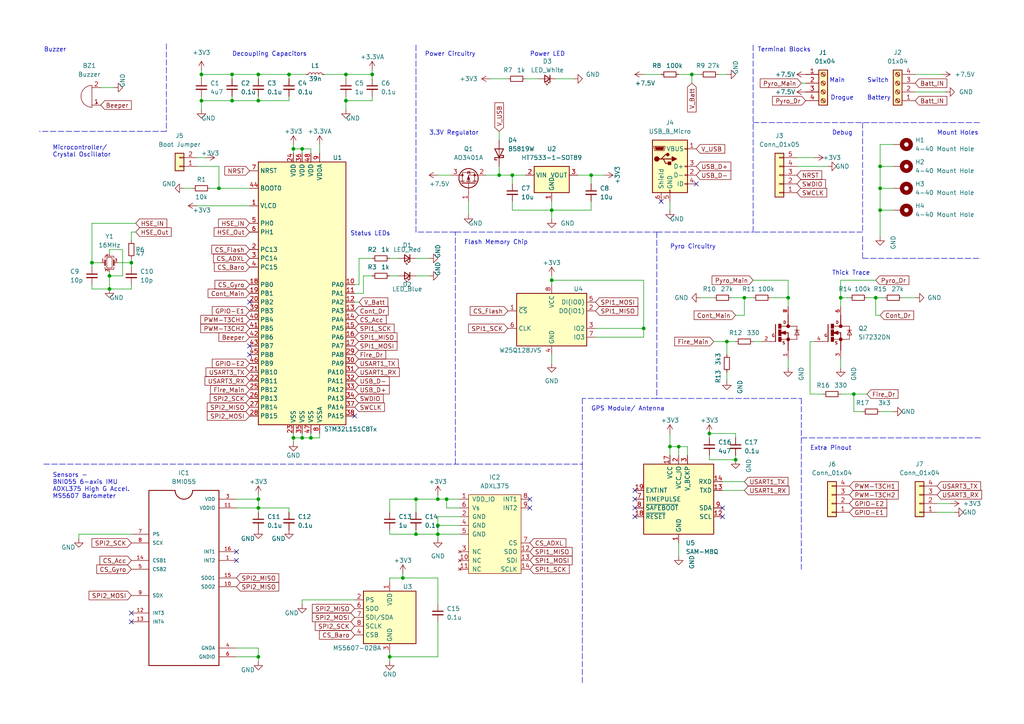
<source format=kicad_sch>
(kicad_sch (version 20211123) (generator eeschema)
  (paper "A4")
  (title_block (title "STM32 Altimeter") (date "2022-04-09") (rev "R1") (company "Brian S"))
  (junction (at 74.93 147.32))
  (junction (at 171.45 50.8))
  (junction (at 254 86.36))
  (junction (at 160.02 81.28))
  (junction (at 83.82 21.59))
  (junction (at 58.42 29.21))
  (junction (at 87.63 43.18))
  (junction (at 194.31 129.54))
  (junction (at 116.84 167.64))
  (junction (at 148.59 50.8))
  (junction (at 85.09 43.18))
  (junction (at 196.85 129.54))
  (junction (at 85.09 127))
  (junction (at 107.95 21.59))
  (junction (at 200.66 21.59))
  (junction (at 210.82 99.06))
  (junction (at 127 154.94))
  (junction (at 127 144.78))
  (junction (at 205.74 125.73))
  (junction (at 67.31 29.21))
  (junction (at 127 152.4))
  (junction (at 129.54 144.78))
  (junction (at 243.84 86.36))
  (junction (at 255.27 48.26))
  (junction (at 74.93 21.59))
  (junction (at 120.65 144.78))
  (junction (at 255.27 54.61))
  (junction (at 100.33 21.59))
  (junction (at 38.1 76.2))
  (junction (at 215.9 86.36))
  (junction (at 228.6 86.36))
  (junction (at 67.31 21.59))
  (junction (at 120.65 154.94))
  (junction (at 247.65 114.3))
  (junction (at 26.67 76.2))
  (junction (at 90.17 127))
  (junction (at 63.5 54.61))
  (junction (at 113.03 190.5))
  (junction (at 160.02 60.96))
  (junction (at 87.63 127))
  (junction (at 74.93 29.21))
  (junction (at 213.36 133.35))
  (junction (at 31.75 83.82))
  (junction (at 74.93 144.78))
  (junction (at 31.75 80.01))
  (junction (at 100.33 29.21))
  (junction (at 58.42 21.59))
  (junction (at 144.78 50.8))
  (junction (at 186.69 95.25))
  (junction (at 255.27 60.96))
  (junction (at 74.93 190.5))
  (no_connect (at 153.67 144.78))
  (no_connect (at 153.67 147.32))
  (no_connect (at 72.39 87.63))
  (no_connect (at 102.87 120.65))
  (no_connect (at 72.39 100.33))
  (no_connect (at 72.39 102.87))
  (no_connect (at 209.55 147.32))
  (no_connect (at 209.55 149.86))
  (no_connect (at 184.15 144.78))
  (no_connect (at 184.15 142.24))
  (no_connect (at 184.15 149.86))
  (no_connect (at 184.15 147.32))
  (no_connect (at 68.58 160.02))
  (no_connect (at 38.1 180.34))
  (no_connect (at 68.58 162.56))
  (no_connect (at 38.1 177.8))
  (no_connect (at 191.77 58.42))
  (no_connect (at 201.93 53.34))
  (wire (pts (xy 107.95 22.86) (xy 107.95 21.59)))
  (wire (pts (xy 199.39 129.54) (xy 196.85 129.54)))
  (wire (pts (xy 212.09 86.36) (xy 215.9 86.36)))
  (wire (pts (xy 142.24 22.86) (xy 147.32 22.86)))
  (wire (pts (xy 265.43 26.67) (xy 274.32 26.67)))
  (wire (pts (xy 194.31 129.54) (xy 194.31 132.08)))
  (wire (pts (xy 208.28 21.59) (xy 210.82 21.59)))
  (wire (pts (xy 228.6 86.36) (xy 228.6 81.28)))
  (wire (pts (xy 255.27 48.26) (xy 255.27 54.61)))
  (wire (pts (xy 83.82 27.94) (xy 83.82 29.21)))
  (wire (pts (xy 87.63 173.99) (xy 102.87 173.99)))
  (wire (pts (xy 63.5 54.61) (xy 72.39 54.61)))
  (wire (pts (xy 74.93 147.32) (xy 74.93 148.59)))
  (wire (pts (xy 58.42 21.59) (xy 58.42 22.86)))
  (wire (pts (xy 85.09 43.18) (xy 85.09 44.45)))
  (wire (pts (xy 67.31 29.21) (xy 58.42 29.21)))
  (wire (pts (xy 26.67 76.2) (xy 26.67 77.47)))
  (wire (pts (xy 255.27 91.44) (xy 254 91.44)))
  (wire (pts (xy 144.78 48.26) (xy 144.78 50.8)))
  (wire (pts (xy 127 144.78) (xy 120.65 144.78)))
  (polyline (pts (xy 232.41 127) (xy 284.48 127)))
  (wire (pts (xy 104.14 74.93) (xy 107.95 74.93)))
  (wire (pts (xy 85.09 127) (xy 87.63 127)))
  (wire (pts (xy 194.31 58.42) (xy 194.31 60.96)))
  (wire (pts (xy 31.75 80.01) (xy 35.56 80.01)))
  (polyline (pts (xy 190.5 67.31) (xy 218.44 67.31)))
  (wire (pts (xy 271.78 148.59) (xy 276.86 148.59)))
  (wire (pts (xy 74.93 29.21) (xy 67.31 29.21)))
  (wire (pts (xy 74.93 144.78) (xy 74.93 143.51)))
  (wire (pts (xy 67.31 22.86) (xy 67.31 21.59)))
  (wire (pts (xy 236.22 99.06) (xy 234.95 99.06)))
  (wire (pts (xy 243.84 104.14) (xy 243.84 106.68)))
  (wire (pts (xy 203.2 86.36) (xy 207.01 86.36)))
  (wire (pts (xy 255.27 54.61) (xy 255.27 60.96)))
  (wire (pts (xy 87.63 173.99) (xy 87.63 175.26)))
  (wire (pts (xy 120.65 80.01) (xy 124.46 80.01)))
  (wire (pts (xy 57.15 48.26) (xy 63.5 48.26)))
  (wire (pts (xy 218.44 81.28) (xy 228.6 81.28)))
  (wire (pts (xy 53.34 54.61) (xy 55.88 54.61)))
  (wire (pts (xy 39.37 64.77) (xy 26.67 64.77)))
  (wire (pts (xy 148.59 50.8) (xy 152.4 50.8)))
  (wire (pts (xy 160.02 60.96) (xy 160.02 63.5)))
  (wire (pts (xy 107.95 29.21) (xy 100.33 29.21)))
  (wire (pts (xy 29.21 76.2) (xy 26.67 76.2)))
  (wire (pts (xy 129.54 144.78) (xy 127 144.78)))
  (wire (pts (xy 186.69 95.25) (xy 186.69 97.79)))
  (wire (pts (xy 171.45 50.8) (xy 171.45 53.34)))
  (wire (pts (xy 113.03 74.93) (xy 115.57 74.93)))
  (wire (pts (xy 90.17 43.18) (xy 90.17 44.45)))
  (wire (pts (xy 39.37 67.31) (xy 38.1 67.31)))
  (wire (pts (xy 38.1 76.2) (xy 38.1 77.47)))
  (wire (pts (xy 209.55 142.24) (xy 215.9 142.24)))
  (wire (pts (xy 213.36 125.73) (xy 205.74 125.73)))
  (polyline (pts (xy 250.19 35.56) (xy 250.19 67.31)))
  (wire (pts (xy 67.31 27.94) (xy 67.31 29.21)))
  (wire (pts (xy 196.85 132.08) (xy 196.85 129.54)))
  (wire (pts (xy 171.45 50.8) (xy 175.26 50.8)))
  (wire (pts (xy 271.78 146.05) (xy 275.59 146.05)))
  (wire (pts (xy 113.03 189.23) (xy 113.03 190.5)))
  (wire (pts (xy 129.54 147.32) (xy 129.54 144.78)))
  (wire (pts (xy 200.66 21.59) (xy 200.66 24.13)))
  (wire (pts (xy 167.64 50.8) (xy 171.45 50.8)))
  (wire (pts (xy 83.82 22.86) (xy 83.82 21.59)))
  (wire (pts (xy 74.93 147.32) (xy 74.93 144.78)))
  (wire (pts (xy 120.65 144.78) (xy 120.65 148.59)))
  (wire (pts (xy 215.9 91.44) (xy 215.9 86.36)))
  (wire (pts (xy 186.69 95.25) (xy 186.69 81.28)))
  (wire (pts (xy 194.31 125.73) (xy 194.31 129.54)))
  (wire (pts (xy 38.1 74.93) (xy 38.1 76.2)))
  (wire (pts (xy 68.58 147.32) (xy 74.93 147.32)))
  (wire (pts (xy 215.9 86.36) (xy 218.44 86.36)))
  (wire (pts (xy 200.66 21.59) (xy 203.2 21.59)))
  (polyline (pts (xy 218.44 35.56) (xy 284.48 35.56)))
  (wire (pts (xy 58.42 29.21) (xy 58.42 31.75)))
  (wire (pts (xy 135.89 58.42) (xy 135.89 62.23)))
  (polyline (pts (xy 190.5 115.57) (xy 168.91 115.57)))
  (wire (pts (xy 172.72 97.79) (xy 186.69 97.79)))
  (wire (pts (xy 113.03 144.78) (xy 113.03 148.59)))
  (wire (pts (xy 74.93 22.86) (xy 74.93 21.59)))
  (wire (pts (xy 68.58 187.96) (xy 74.93 187.96)))
  (wire (pts (xy 31.75 80.01) (xy 31.75 83.82)))
  (wire (pts (xy 254 91.44) (xy 254 86.36)))
  (polyline (pts (xy 232.41 115.57) (xy 232.41 165.1)))
  (wire (pts (xy 85.09 43.18) (xy 87.63 43.18)))
  (wire (pts (xy 160.02 81.28) (xy 186.69 81.28)))
  (wire (pts (xy 231.14 48.26) (xy 240.03 48.26)))
  (wire (pts (xy 90.17 125.73) (xy 90.17 127)))
  (wire (pts (xy 133.35 147.32) (xy 129.54 147.32)))
  (wire (pts (xy 228.6 88.9) (xy 228.6 86.36)))
  (wire (pts (xy 83.82 29.21) (xy 74.93 29.21)))
  (wire (pts (xy 127 180.34) (xy 127 190.5)))
  (wire (pts (xy 205.74 133.35) (xy 213.36 133.35)))
  (wire (pts (xy 120.65 74.93) (xy 124.46 74.93)))
  (wire (pts (xy 87.63 43.18) (xy 90.17 43.18)))
  (wire (pts (xy 209.55 139.7) (xy 215.9 139.7)))
  (wire (pts (xy 113.03 153.67) (xy 113.03 154.94)))
  (polyline (pts (xy 250.19 68.58) (xy 250.19 74.93)))
  (wire (pts (xy 120.65 153.67) (xy 120.65 154.94)))
  (wire (pts (xy 205.74 132.08) (xy 205.74 133.35)))
  (wire (pts (xy 100.33 21.59) (xy 100.33 22.86)))
  (wire (pts (xy 127 152.4) (xy 133.35 152.4)))
  (wire (pts (xy 83.82 21.59) (xy 88.9 21.59)))
  (wire (pts (xy 83.82 148.59) (xy 83.82 147.32)))
  (wire (pts (xy 34.29 76.2) (xy 38.1 76.2)))
  (wire (pts (xy 247.65 119.38) (xy 247.65 114.3)))
  (wire (pts (xy 22.86 154.94) (xy 22.86 156.21)))
  (wire (pts (xy 144.78 50.8) (xy 148.59 50.8)))
  (wire (pts (xy 133.35 144.78) (xy 129.54 144.78)))
  (wire (pts (xy 172.72 95.25) (xy 186.69 95.25)))
  (wire (pts (xy 243.84 88.9) (xy 243.84 86.36)))
  (wire (pts (xy 102.87 87.63) (xy 104.14 87.63)))
  (wire (pts (xy 232.41 24.13) (xy 233.68 24.13)))
  (wire (pts (xy 74.93 21.59) (xy 67.31 21.59)))
  (wire (pts (xy 105.41 85.09) (xy 105.41 80.01)))
  (wire (pts (xy 67.31 21.59) (xy 58.42 21.59)))
  (wire (pts (xy 133.35 149.86) (xy 127 149.86)))
  (wire (pts (xy 93.98 21.59) (xy 100.33 21.59)))
  (wire (pts (xy 255.27 41.91) (xy 255.27 48.26)))
  (wire (pts (xy 105.41 80.01) (xy 107.95 80.01)))
  (wire (pts (xy 83.82 147.32) (xy 74.93 147.32)))
  (wire (pts (xy 234.95 99.06) (xy 234.95 114.3)))
  (wire (pts (xy 83.82 21.59) (xy 74.93 21.59)))
  (wire (pts (xy 127 152.4) (xy 127 154.94)))
  (wire (pts (xy 29.21 25.4) (xy 33.02 25.4)))
  (wire (pts (xy 265.43 21.59) (xy 273.05 21.59)))
  (wire (pts (xy 210.82 99.06) (xy 210.82 102.87)))
  (wire (pts (xy 26.67 64.77) (xy 26.67 76.2)))
  (wire (pts (xy 26.67 82.55) (xy 26.67 83.82)))
  (wire (pts (xy 243.84 114.3) (xy 247.65 114.3)))
  (wire (pts (xy 171.45 60.96) (xy 160.02 60.96)))
  (wire (pts (xy 161.29 22.86) (xy 166.37 22.86)))
  (wire (pts (xy 196.85 21.59) (xy 200.66 21.59)))
  (wire (pts (xy 127 167.64) (xy 127 175.26)))
  (wire (pts (xy 104.14 82.55) (xy 104.14 74.93)))
  (wire (pts (xy 38.1 82.55) (xy 38.1 83.82)))
  (wire (pts (xy 261.62 86.36) (xy 265.43 86.36)))
  (wire (pts (xy 116.84 166.37) (xy 116.84 167.64)))
  (wire (pts (xy 90.17 127) (xy 92.71 127)))
  (polyline (pts (xy 250.19 74.93) (xy 284.48 74.93)))
  (wire (pts (xy 63.5 48.26) (xy 63.5 54.61)))
  (wire (pts (xy 250.19 119.38) (xy 247.65 119.38)))
  (wire (pts (xy 127 143.51) (xy 127 144.78)))
  (wire (pts (xy 74.93 27.94) (xy 74.93 29.21)))
  (wire (pts (xy 255.27 119.38) (xy 259.08 119.38)))
  (wire (pts (xy 31.75 72.39) (xy 35.56 72.39)))
  (wire (pts (xy 58.42 27.94) (xy 58.42 29.21)))
  (polyline (pts (xy 250.19 67.31) (xy 218.44 67.31)))
  (wire (pts (xy 85.09 127) (xy 85.09 128.27)))
  (wire (pts (xy 31.75 78.74) (xy 31.75 80.01)))
  (wire (pts (xy 259.08 41.91) (xy 255.27 41.91)))
  (wire (pts (xy 243.84 81.28) (xy 254 81.28)))
  (polyline (pts (xy 12.7 134.62) (xy 168.91 134.62)))
  (wire (pts (xy 255.27 48.26) (xy 259.08 48.26)))
  (wire (pts (xy 116.84 167.64) (xy 127 167.64)))
  (polyline (pts (xy 218.44 67.31) (xy 218.44 12.7)))
  (wire (pts (xy 92.71 41.91) (xy 92.71 44.45)))
  (wire (pts (xy 35.56 72.39) (xy 35.56 80.01)))
  (wire (pts (xy 85.09 41.91) (xy 85.09 43.18)))
  (wire (pts (xy 85.09 125.73) (xy 85.09 127)))
  (wire (pts (xy 100.33 29.21) (xy 100.33 31.75)))
  (polyline (pts (xy 132.08 67.31) (xy 190.5 67.31)))
  (wire (pts (xy 107.95 20.32) (xy 107.95 21.59)))
  (wire (pts (xy 144.78 38.1) (xy 144.78 40.64)))
  (wire (pts (xy 113.03 80.01) (xy 115.57 80.01)))
  (wire (pts (xy 38.1 83.82) (xy 31.75 83.82)))
  (polyline (pts (xy 168.91 134.62) (xy 168.91 198.12)))
  (polyline (pts (xy 168.91 115.57) (xy 168.91 134.62)))
  (wire (pts (xy 26.67 83.82) (xy 31.75 83.82)))
  (wire (pts (xy 234.95 114.3) (xy 238.76 114.3)))
  (wire (pts (xy 255.27 54.61) (xy 259.08 54.61)))
  (wire (pts (xy 148.59 50.8) (xy 148.59 53.34)))
  (wire (pts (xy 107.95 21.59) (xy 100.33 21.59)))
  (wire (pts (xy 171.45 58.42) (xy 171.45 60.96)))
  (polyline (pts (xy 190.5 115.57) (xy 232.41 115.57)))
  (wire (pts (xy 102.87 82.55) (xy 104.14 82.55)))
  (polyline (pts (xy 132.08 134.62) (xy 132.08 67.31)))
  (wire (pts (xy 243.84 86.36) (xy 243.84 81.28)))
  (wire (pts (xy 213.36 91.44) (xy 215.9 91.44)))
  (wire (pts (xy 247.65 114.3) (xy 251.46 114.3)))
  (wire (pts (xy 31.75 73.66) (xy 31.75 72.39)))
  (wire (pts (xy 120.65 154.94) (xy 127 154.94)))
  (wire (pts (xy 210.82 107.95) (xy 210.82 110.49)))
  (wire (pts (xy 186.69 21.59) (xy 191.77 21.59)))
  (wire (pts (xy 255.27 60.96) (xy 259.08 60.96)))
  (wire (pts (xy 102.87 85.09) (xy 105.41 85.09)))
  (wire (pts (xy 74.93 187.96) (xy 74.93 190.5)))
  (wire (pts (xy 68.58 190.5) (xy 74.93 190.5)))
  (wire (pts (xy 251.46 86.36) (xy 254 86.36)))
  (wire (pts (xy 160.02 80.01) (xy 160.02 81.28)))
  (wire (pts (xy 210.82 99.06) (xy 213.36 99.06)))
  (wire (pts (xy 113.03 167.64) (xy 116.84 167.64)))
  (wire (pts (xy 58.42 20.32) (xy 58.42 21.59)))
  (wire (pts (xy 120.65 144.78) (xy 113.03 144.78)))
  (wire (pts (xy 205.74 125.73) (xy 205.74 127)))
  (wire (pts (xy 113.03 167.64) (xy 113.03 168.91)))
  (polyline (pts (xy 190.5 67.31) (xy 190.5 115.57)))
  (wire (pts (xy 213.36 127) (xy 213.36 125.73)))
  (wire (pts (xy 223.52 86.36) (xy 228.6 86.36)))
  (polyline (pts (xy 132.08 67.31) (xy 120.65 67.31)))
  (wire (pts (xy 218.44 99.06) (xy 220.98 99.06)))
  (wire (pts (xy 87.63 127) (xy 87.63 125.73)))
  (wire (pts (xy 38.1 67.31) (xy 38.1 69.85)))
  (wire (pts (xy 127 154.94) (xy 127 156.21)))
  (wire (pts (xy 60.96 54.61) (xy 63.5 54.61)))
  (wire (pts (xy 127 190.5) (xy 113.03 190.5)))
  (wire (pts (xy 231.14 45.72) (xy 236.22 45.72)))
  (wire (pts (xy 148.59 60.96) (xy 160.02 60.96)))
  (wire (pts (xy 57.15 59.69) (xy 72.39 59.69)))
  (wire (pts (xy 107.95 27.94) (xy 107.95 29.21)))
  (wire (pts (xy 57.15 45.72) (xy 59.69 45.72)))
  (wire (pts (xy 113.03 154.94) (xy 120.65 154.94)))
  (wire (pts (xy 92.71 127) (xy 92.71 125.73)))
  (wire (pts (xy 127 149.86) (xy 127 152.4)))
  (wire (pts (xy 207.01 99.06) (xy 210.82 99.06)))
  (wire (pts (xy 228.6 104.14) (xy 228.6 106.68)))
  (wire (pts (xy 22.86 154.94) (xy 38.1 154.94)))
  (wire (pts (xy 152.4 22.86) (xy 156.21 22.86)))
  (polyline (pts (xy 48.26 12.7) (xy 48.26 38.1)))
  (polyline (pts (xy 48.26 38.1) (xy 11.43 38.1)))
  (wire (pts (xy 243.84 86.36) (xy 246.38 86.36)))
  (wire (pts (xy 213.36 132.08) (xy 213.36 133.35)))
  (polyline (pts (xy 120.65 67.31) (xy 120.65 12.7)))
  (wire (pts (xy 68.58 144.78) (xy 74.93 144.78)))
  (wire (pts (xy 140.97 50.8) (xy 144.78 50.8)))
  (wire (pts (xy 160.02 102.87) (xy 160.02 105.41)))
  (wire (pts (xy 113.03 190.5) (xy 113.03 191.77)))
  (wire (pts (xy 160.02 81.28) (xy 160.02 82.55)))
  (wire (pts (xy 255.27 60.96) (xy 255.27 68.58)))
  (wire (pts (xy 254 86.36) (xy 256.54 86.36)))
  (wire (pts (xy 127 50.8) (xy 130.81 50.8)))
  (wire (pts (xy 74.93 190.5) (xy 74.93 191.77)))
  (wire (pts (xy 87.63 43.18) (xy 87.63 44.45)))
  (wire (pts (xy 199.39 132.08) (xy 199.39 129.54)))
  (wire (pts (xy 100.33 27.94) (xy 100.33 29.21)))
  (wire (pts (xy 160.02 58.42) (xy 160.02 60.96)))
  (wire (pts (xy 87.63 127) (xy 90.17 127)))
  (wire (pts (xy 196.85 129.54) (xy 194.31 129.54)))
  (wire (pts (xy 127 154.94) (xy 133.35 154.94)))
  (wire (pts (xy 148.59 58.42) (xy 148.59 60.96)))
  (wire (pts (xy 196.85 157.48) (xy 196.85 161.29)))
  (text "Pyro Circuitry\n" (at 194.31 72.39 0) (effects (font (size 1.27 1.27)) (justify left bottom)))
  (text "Buzzer" (at 12.7 15.24 0) (effects (font (size 1.27 1.27)) (justify left bottom)))
  (text "Main\n" (at 245.11 24.13 180) (effects (font (size 1.27 1.27)) (justify right bottom)))
  (text "3.3V Regulator\n" (at 124.46 39.37 0) (effects (font (size 1.27 1.27)) (justify left bottom)))
  (text "Debug\n" (at 241.3 39.37 0) (effects (font (size 1.27 1.27)) (justify left bottom)))
  (text "Power Circuitry\n" (at 123.19 16.51 0) (effects (font (size 1.27 1.27)) (justify left bottom)))
  (text "Power LED" (at 153.67 16.51 0) (effects (font (size 1.27 1.27)) (justify left bottom)))
  (text "Terminal Blocks" (at 219.71 15.24 0) (effects (font (size 1.27 1.27)) (justify left bottom)))
  (text "GPS Module/ Antenna\n" (at 171.45 119.38 0) (effects (font (size 1.27 1.27)) (justify left bottom)))
  (text "Mount Holes" (at 271.78 39.37 0) (effects (font (size 1.27 1.27)) (justify left bottom)))
  (text "Switch\n" (at 257.81 24.13 180) (effects (font (size 1.27 1.27)) (justify right bottom)))
  (text "Microcontroller/\nCrystal Oscillator\n" (at 15.24 45.72 0) (effects (font (size 1.27 1.27)) (justify left bottom)))
  (text "Status LEDs" (at 101.6 68.58 0) (effects (font (size 1.27 1.27)) (justify left bottom)))
  (text "Battery\n" (at 251.46 29.21 0) (effects (font (size 1.27 1.27)) (justify left bottom)))
  (text "Decoupling Capacitors\n" (at 67.31 16.51 0) (effects (font (size 1.27 1.27)) (justify left bottom)))
  (text "Sensors -\nBNI055 6-axis IMU\nADXL375 High G Accel. \nMS5607 Barometer\n" (at 15.24 144.78 0) (effects (font (size 1.27 1.27)) (justify left bottom)))
  (text "Extra Pinout\n" (at 234.95 130.81 0) (effects (font (size 1.27 1.27)) (justify left bottom)))
  (text "Drogue\n" (at 247.65 29.21 180) (effects (font (size 1.27 1.27)) (justify right bottom)))
  (text "Thick Trace\n" (at 241.3 80.01 0) (effects (font (size 1.27 1.27)) (justify left bottom)))
  (text "Flash Memory Chip\n" (at 134.62 71.12 0) (effects (font (size 1.27 1.27)) (justify left bottom)))
  (global_label "USART3_TX" (shape input) (at 271.78 140.97 0) (property "Intersheet References" "${INTERSHEET_REFS}" (effects hide)))
  (global_label "SPI2_MOSI" (shape input) (at 72.39 120.65 180) (property "Intersheet References" "${INTERSHEET_REFS}" (effects hide)))
  (global_label "CS_Gyro" (shape input) (at 72.39 82.55 180) (property "Intersheet References" "${INTERSHEET_REFS}" (effects hide)))
  (global_label "HSE_Out" (shape input) (at 39.37 67.31 0) (property "Intersheet References" "${INTERSHEET_REFS}" (effects hide)))
  (global_label "CS_Flash" (shape input) (at 147.32 90.17 180) (property "Intersheet References" "${INTERSHEET_REFS}" (effects hide)))
  (global_label "Fire_Dr" (shape input) (at 251.46 114.3 0) (property "Intersheet References" "${INTERSHEET_REFS}" (effects hide)))
  (global_label "CS_Flash" (shape input) (at 72.39 72.39 180) (property "Intersheet References" "${INTERSHEET_REFS}" (effects hide)))
  (global_label "USART3_RX" (shape input) (at 72.39 110.49 180) (property "Intersheet References" "${INTERSHEET_REFS}" (effects hide)))
  (global_label "V_Batt" (shape input) (at 200.66 24.13 270) (property "Intersheet References" "${INTERSHEET_REFS}" (effects hide)))
  (global_label "SPI1_MISO" (shape input) (at 102.87 97.79 0) (property "Intersheet References" "${INTERSHEET_REFS}" (effects hide)))
  (global_label "USART3_TX" (shape input) (at 72.39 107.95 180) (property "Intersheet References" "${INTERSHEET_REFS}" (effects hide)))
  (global_label "HSE_Out" (shape input) (at 72.39 67.31 180) (property "Intersheet References" "${INTERSHEET_REFS}" (effects hide)))
  (global_label "SWDIO" (shape input) (at 231.14 53.34 0) (property "Intersheet References" "${INTERSHEET_REFS}" (effects hide)))
  (global_label "Fire_Main" (shape input) (at 207.01 99.06 180) (property "Intersheet References" "${INTERSHEET_REFS}" (effects hide)))
  (global_label "PWM-T3CH1" (shape input) (at 72.39 92.71 180) (property "Intersheet References" "${INTERSHEET_REFS}" (effects hide)))
  (global_label "HSE_IN" (shape input) (at 39.37 64.77 0) (property "Intersheet References" "${INTERSHEET_REFS}" (effects hide)))
  (global_label "Beeper" (shape input) (at 29.21 30.48 0) (property "Intersheet References" "${INTERSHEET_REFS}" (effects hide)))
  (global_label "SPI1_MOSI" (shape input) (at 172.72 87.63 0) (property "Intersheet References" "${INTERSHEET_REFS}" (effects hide)))
  (global_label "CS_Gyro" (shape input) (at 38.1 165.1 180) (property "Intersheet References" "${INTERSHEET_REFS}" (effects hide)))
  (global_label "NRST" (shape input) (at 231.14 50.8 0) (property "Intersheet References" "${INTERSHEET_REFS}" (effects hide)))
  (global_label "Cont_Dr" (shape input) (at 102.87 90.17 0) (property "Intersheet References" "${INTERSHEET_REFS}" (effects hide)))
  (global_label "GPIO-E2" (shape input) (at 246.38 146.05 0) (property "Intersheet References" "${INTERSHEET_REFS}" (effects hide)))
  (global_label "GPIO-E1" (shape input) (at 246.38 148.59 0) (property "Intersheet References" "${INTERSHEET_REFS}" (effects hide)))
  (global_label "PWM-T3CH1" (shape input) (at 246.38 140.97 0) (property "Intersheet References" "${INTERSHEET_REFS}" (effects hide)))
  (global_label "CS_ADXL" (shape input) (at 72.39 74.93 180) (property "Intersheet References" "${INTERSHEET_REFS}" (effects hide)))
  (global_label "SPI2_MISO" (shape input) (at 72.39 118.11 180) (property "Intersheet References" "${INTERSHEET_REFS}" (effects hide)))
  (global_label "SPI1_SCK" (shape input) (at 102.87 95.25 0) (property "Intersheet References" "${INTERSHEET_REFS}" (effects hide)))
  (global_label "SPI1_MISO" (shape input) (at 153.67 160.02 0) (property "Intersheet References" "${INTERSHEET_REFS}" (effects hide)))
  (global_label "V_USB" (shape input) (at 144.78 38.1 90) (property "Intersheet References" "${INTERSHEET_REFS}" (effects hide)))
  (global_label "SPI2_MOSI" (shape input) (at 38.1 172.72 180) (property "Intersheet References" "${INTERSHEET_REFS}" (effects hide)))
  (global_label "GPIO-E2" (shape input) (at 72.39 105.41 180) (property "Intersheet References" "${INTERSHEET_REFS}" (effects hide)))
  (global_label "USART1_RX" (shape input) (at 215.9 142.24 0) (property "Intersheet References" "${INTERSHEET_REFS}" (effects hide)))
  (global_label "USB_D+" (shape input) (at 201.93 48.26 0) (property "Intersheet References" "${INTERSHEET_REFS}" (effects hide)))
  (global_label "SPI1_SCK" (shape input) (at 153.67 165.1 0) (property "Intersheet References" "${INTERSHEET_REFS}" (effects hide)))
  (global_label "SPI1_MOSI" (shape input) (at 102.87 100.33 0) (property "Intersheet References" "${INTERSHEET_REFS}" (effects hide)))
  (global_label "CS_ADXL" (shape input) (at 153.67 157.48 0) (property "Intersheet References" "${INTERSHEET_REFS}" (effects hide)))
  (global_label "USART3_RX" (shape input) (at 271.78 143.51 0) (property "Intersheet References" "${INTERSHEET_REFS}" (effects hide)))
  (global_label "Pyro_Dr" (shape input) (at 254 81.28 0) (property "Intersheet References" "${INTERSHEET_REFS}" (effects hide)))
  (global_label "HSE_IN" (shape input) (at 72.39 64.77 180) (property "Intersheet References" "${INTERSHEET_REFS}" (effects hide)))
  (global_label "Batt_IN" (shape input) (at 265.43 29.21 0) (property "Intersheet References" "${INTERSHEET_REFS}" (effects hide)))
  (global_label "PWM-T3CH2" (shape input) (at 246.38 143.51 0) (property "Intersheet References" "${INTERSHEET_REFS}" (effects hide)))
  (global_label "CS_Acc" (shape input) (at 38.1 162.56 180) (property "Intersheet References" "${INTERSHEET_REFS}" (effects hide)))
  (global_label "USART1_TX" (shape input) (at 215.9 139.7 0) (property "Intersheet References" "${INTERSHEET_REFS}" (effects hide)))
  (global_label "SPI2_MISO" (shape input) (at 102.87 176.53 180) (property "Intersheet References" "${INTERSHEET_REFS}" (effects hide)))
  (global_label "SWCLK" (shape input) (at 102.87 118.11 0) (property "Intersheet References" "${INTERSHEET_REFS}" (effects hide)))
  (global_label "Cont_Main" (shape input) (at 213.36 91.44 180) (property "Intersheet References" "${INTERSHEET_REFS}" (effects hide)))
  (global_label "Cont_Main" (shape input) (at 72.39 85.09 180) (property "Intersheet References" "${INTERSHEET_REFS}" (effects hide)))
  (global_label "SPI1_SCK" (shape input) (at 147.32 95.25 180) (property "Intersheet References" "${INTERSHEET_REFS}" (effects hide)))
  (global_label "USB_D-" (shape input) (at 201.93 50.8 0) (property "Intersheet References" "${INTERSHEET_REFS}" (effects hide)))
  (global_label "V_USB" (shape input) (at 201.93 43.18 0) (property "Intersheet References" "${INTERSHEET_REFS}" (effects hide)))
  (global_label "SPI1_MISO" (shape input) (at 172.72 90.17 0) (property "Intersheet References" "${INTERSHEET_REFS}" (effects hide)))
  (global_label "SPI2_SCK" (shape input) (at 38.1 157.48 180) (property "Intersheet References" "${INTERSHEET_REFS}" (effects hide)))
  (global_label "SPI1_MOSI" (shape input) (at 153.67 162.56 0) (property "Intersheet References" "${INTERSHEET_REFS}" (effects hide)))
  (global_label "CS_Baro" (shape input) (at 102.87 184.15 180) (property "Intersheet References" "${INTERSHEET_REFS}" (effects hide)))
  (global_label "USART1_TX" (shape input) (at 102.87 105.41 0) (property "Intersheet References" "${INTERSHEET_REFS}" (effects hide)))
  (global_label "CS_Baro" (shape input) (at 72.39 77.47 180) (property "Intersheet References" "${INTERSHEET_REFS}" (effects hide)))
  (global_label "Cont_Dr" (shape input) (at 255.27 91.44 0) (property "Intersheet References" "${INTERSHEET_REFS}" (effects hide)))
  (global_label "CS_Acc" (shape input) (at 102.87 92.71 0) (property "Intersheet References" "${INTERSHEET_REFS}" (effects hide)))
  (global_label "PWM-T3CH2" (shape input) (at 72.39 95.25 180) (property "Intersheet References" "${INTERSHEET_REFS}" (effects hide)))
  (global_label "SPI2_MOSI" (shape input) (at 102.87 179.07 180) (property "Intersheet References" "${INTERSHEET_REFS}" (effects hide)))
  (global_label "USB_D+" (shape input) (at 102.87 113.03 0) (property "Intersheet References" "${INTERSHEET_REFS}" (effects hide)))
  (global_label "Beeper" (shape input) (at 72.39 97.79 180) (property "Intersheet References" "${INTERSHEET_REFS}" (effects hide)))
  (global_label "USB_D-" (shape input) (at 102.87 110.49 0) (property "Intersheet References" "${INTERSHEET_REFS}" (effects hide)))
  (global_label "Fire_Dr" (shape input) (at 102.87 102.87 0) (property "Intersheet References" "${INTERSHEET_REFS}" (effects hide)))
  (global_label "SPI2_SCK" (shape input) (at 102.87 181.61 180) (property "Intersheet References" "${INTERSHEET_REFS}" (effects hide)))
  (global_label "Pyro_Dr" (shape input) (at 233.68 29.21 180) (property "Intersheet References" "${INTERSHEET_REFS}" (effects hide)))
  (global_label "SPI2_MISO" (shape input) (at 68.58 170.18 0) (property "Intersheet References" "${INTERSHEET_REFS}" (effects hide)))
  (global_label "USART1_RX" (shape input) (at 102.87 107.95 0) (property "Intersheet References" "${INTERSHEET_REFS}" (effects hide)))
  (global_label "Batt_IN" (shape input) (at 265.43 24.13 0) (property "Intersheet References" "${INTERSHEET_REFS}" (effects hide)))
  (global_label "Fire_Main" (shape input) (at 72.39 113.03 180) (property "Intersheet References" "${INTERSHEET_REFS}" (effects hide)))
  (global_label "V_Batt" (shape input) (at 104.14 87.63 0) (property "Intersheet References" "${INTERSHEET_REFS}" (effects hide)))
  (global_label "SPI2_SCK" (shape input) (at 72.39 115.57 180) (property "Intersheet References" "${INTERSHEET_REFS}" (effects hide)))
  (global_label "SWDIO" (shape input) (at 102.87 115.57 0) (property "Intersheet References" "${INTERSHEET_REFS}" (effects hide)))
  (global_label "SPI2_MISO" (shape input) (at 68.58 167.64 0) (property "Intersheet References" "${INTERSHEET_REFS}" (effects hide)))
  (global_label "Pyro_Main" (shape input) (at 232.41 24.13 180) (property "Intersheet References" "${INTERSHEET_REFS}" (effects hide)))
  (global_label "NRST" (shape input) (at 72.39 49.53 180) (property "Intersheet References" "${INTERSHEET_REFS}" (effects hide)))
  (global_label "SWCLK" (shape input) (at 231.14 55.88 0) (property "Intersheet References" "${INTERSHEET_REFS}" (effects hide)))
  (global_label "Pyro_Main" (shape input) (at 218.44 81.28 180) (property "Intersheet References" "${INTERSHEET_REFS}" (effects hide)))
  (global_label "GPIO-E1" (shape input) (at 72.39 90.17 180) (property "Intersheet References" "${INTERSHEET_REFS}" (effects hide)))
  (symbol (lib_id "Device:Crystal_GND24_Small") (at 31.75 76.2 0) (unit 1)
    (property "Reference" "Y1" (at 31.75 68.58 0))
    (property "Value" "16MHz" (at 31.75 71.12 0))
    (property "Footprint" "Crystal:Crystal_SMD_3225-4Pin_3.2x2.5mm" (effects hide))
  )
  (symbol (lib_id "Device:C_Small") (at 26.67 80.01 0) (unit 1)
    (property "Reference" "C9" (at 20.32 78.74 0) (effects (justify left)))
    (property "Value" "10p" (at 20.32 81.28 0) (effects (justify left)))
    (property "Footprint" "Capacitor_SMD:C_0402_1005Metric" (effects hide))
  )
  (symbol (lib_id "power:GND") (at 83.82 153.67 0) (unit 1)
    (property "Reference" "#PWR06" (effects hide))
    (property "Value" "GND" (at 78.74 156.21 0) (effects (justify left)))
  )
  (symbol (lib_id "power:GND") (at 58.42 31.75 0) (unit 1)
    (property "Reference" "#PWR0104" (effects hide))
    (property "Value" "GND" (at 58.42 34.29 0) (effects (justify left)))
  )
  (symbol (lib_id "power:+3.3VA") (at 107.95 20.32 0) (unit 1)
    (property "Reference" "#PWR0113" (effects hide))
    (property "Value" "+3.3VA" (at 107.95 16.51 0))
  )
  (symbol (lib_id "Device:R_Small") (at 149.86 22.86 270) (unit 1)
    (property "Reference" "R7" (at 147.32 20.32 90))
    (property "Value" "1k" (at 151.13 20.32 90))
    (property "Footprint" "Resistor_SMD:R_0603_1608Metric" (effects hide))
  )
  (symbol (lib_id "power:+3.3V") (at 175.26 50.8 270) (unit 1)
    (property "Reference" "#PWR0119" (effects hide))
    (property "Value" "+3.3V" (at 179.07 50.8 0))
  )
  (symbol (lib_id "Device:R_Small") (at 205.74 21.59 270) (unit 1)
    (property "Reference" "R9" (at 203.2 19.05 90))
    (property "Value" "27k" (at 207.01 19.05 90))
    (property "Footprint" "Resistor_SMD:R_0603_1608Metric" (effects hide))
  )
  (symbol (lib_id "power:GND") (at 53.34 54.61 270) (unit 1)
    (property "Reference" "#PWR0117" (effects hide))
    (property "Value" "GND" (at 46.99 53.34 90) (effects (justify left)))
  )
  (symbol (lib_id "power:GND") (at 194.31 60.96 0) (unit 1)
    (property "Reference" "#PWR0121" (effects hide))
    (property "Value" "GND" (at 194.31 63.5 0) (effects (justify left)))
  )
  (symbol (lib_id "power:GND") (at 243.84 106.68 0) (unit 1)
    (property "Reference" "#PWR027" (effects hide))
    (property "Value" "GND" (at 247.65 110.49 90) (effects (justify left)))
  )
  (symbol (lib_id "power:+3.3V") (at 85.09 41.91 0) (unit 1)
    (property "Reference" "#PWR0107" (effects hide))
    (property "Value" "+3.3V" (at 85.09 38.1 0))
  )
  (symbol (lib_id "Mechanical:MountingHole_Pad") (at 261.62 54.61 270) (unit 1)
    (property "Reference" "H3" (at 265.43 53.3399 90) (effects (justify left)))
    (property "Value" "4-40 Mount Hole" (at 265.43 55.8799 90) (effects (justify left)))
    (property "Footprint" "MountingHole:MountingHole_3.2mm_M3_DIN965_Pad" (effects hide))
  )
  (symbol (lib_id "Connector:USB_B_Micro") (at 194.31 48.26 0) (unit 1)
    (property "Reference" "J4" (at 194.31 35.56 0))
    (property "Value" "USB_B_Micro" (at 194.31 38.1 0))
    (property "Footprint" "Connector_USB:USB_Micro-B_Molex-105017-0001" (effects hide))
  )
  (symbol (lib_id "Sensor_Pressure:MS5607-02BA") (at 113.03 179.07 0) (unit 1)
    (property "Reference" "U3" (at 116.84 170.18 0) (effects (justify left)))
    (property "Value" "MS5607-02BA" (at 96.52 187.96 0) (effects (justify left)))
    (property "Footprint" "Package_LGA:LGA-8_3x5mm_P1.25mm" (effects hide))
    (property "Datasheet" "https://www.te.com/commerce/DocumentDelivery/DDEController?Action=showdoc&DocId=Data+Sheet%7FMS5607-02BA03%7FB2%7Fpdf%7FEnglish%7FENG_DS_MS5607-02BA03_B2.pdf%7FCAT-BLPS0035" (effects hide))
  )
  (symbol (lib_id "power:+7.5V") (at 273.05 21.59 270) (unit 1)
    (property "Reference" "#PWR030" (effects hide))
    (property "Value" "+7.5V" (at 276.86 21.5899 90) (effects (justify left)))
  )
  (symbol (lib_id "Device:R_Small") (at 110.49 74.93 270) (unit 1)
    (property "Reference" "R2" (at 107.95 72.39 90))
    (property "Value" "1k" (at 111.76 72.39 90))
    (property "Footprint" "Resistor_SMD:R_0603_1608Metric" (effects hide))
  )
  (symbol (lib_id "Connector_Generic:Conn_01x04") (at 241.3 146.05 180) (unit 1)
    (property "Reference" "J6" (at 241.3 134.62 0))
    (property "Value" "Conn_01x04" (at 241.3 137.16 0))
    (property "Footprint" "Connectors_JST:JST_SH_BM04B-SRSS-TB_04x1.00mm_Straight" (effects hide))
  )
  (symbol (lib_id "power:+7.5V") (at 233.68 26.67 90) (unit 1)
    (property "Reference" "#PWR026" (effects hide))
    (property "Value" "+7.5V" (at 224.79 26.67 90) (effects (justify right)))
  )
  (symbol (lib_id "power:GND") (at 196.85 161.29 0) (unit 1)
    (property "Reference" "#PWR019" (effects hide))
    (property "Value" "GND" (at 200.66 165.1 90) (effects (justify left)))
  )
  (symbol (lib_id "Device:C_Small") (at 58.42 25.4 0) (unit 1)
    (property "Reference" "C1" (at 60.96 24.1362 0) (effects (justify left)))
    (property "Value" "4u7" (at 60.96 26.6762 0) (effects (justify left)))
    (property "Footprint" "Capacitor_SMD:C_0402_1005Metric" (effects hide))
  )
  (symbol (lib_id "SI7232DN-T1-GE3:SI7232DN-T1-GE3") (at 236.22 96.52 0) (unit 1)
    (property "Reference" "Q2" (at 248.92 95.2499 0) (effects (justify left)))
    (property "Value" "SI7232DN" (at 248.92 97.7899 0) (effects (justify left)))
    (property "Footprint" "SI7232DN-T1-GE3:TRANS_SI7232DN-T1-GE3" (effects hide))
    (property "MANUFACTURER" "Vishay" (effects hide))
  )
  (symbol (lib_id "Device:C_Small") (at 67.31 25.4 0) (unit 1)
    (property "Reference" "C2" (at 69.85 24.1362 0) (effects (justify left)))
    (property "Value" "0.1u" (at 69.85 26.6762 0) (effects (justify left)))
    (property "Footprint" "Capacitor_SMD:C_0402_1005Metric" (effects hide))
  )
  (symbol (lib_id "Device:Buzzer") (at 26.67 27.94 180) (unit 1)
    (property "Reference" "BZ1" (at 25.908 19.05 0))
    (property "Value" "Buzzer" (at 25.908 21.59 0))
    (property "Footprint" "Buzzer_Beeper:Buzzer_12x9.5RM7.6" (effects hide))
  )
  (symbol (lib_id "power:+3.3V") (at 74.93 143.51 0) (unit 1)
    (property "Reference" "#PWR03" (effects hide))
    (property "Value" "+3.3V" (at 74.93 139.7 0))
  )
  (symbol (lib_id "Device:LED_Small") (at 158.75 22.86 180) (unit 1)
    (property "Reference" "D3" (at 158.75 17.78 0))
    (property "Value" "LED_White" (at 158.75 20.32 0))
    (property "Footprint" "LED_SMD:LED_0805_2012Metric" (effects hide))
  )
  (symbol (lib_id "power:GND") (at 240.03 48.26 90) (unit 1)
    (property "Reference" "#PWR0125" (effects hide))
    (property "Value" "GND" (at 246.38 48.26 90) (effects (justify left)))
  )
  (symbol (lib_id "power:+7.5V") (at 233.68 21.59 90) (unit 1)
    (property "Reference" "#PWR025" (effects hide))
    (property "Value" "+7.5V" (at 224.79 21.59 90) (effects (justify right)))
  )
  (symbol (lib_id "power:GND") (at 274.32 26.67 90) (unit 1)
    (property "Reference" "#PWR0123" (effects hide))
    (property "Value" "GND" (at 278.13 26.6699 90) (effects (justify right)))
  )
  (symbol (lib_id "Device:R_Small") (at 209.55 86.36 270) (unit 1)
    (property "Reference" "R10" (at 205.74 83.82 90))
    (property "Value" "27k" (at 210.82 83.82 90))
    (property "Footprint" "Resistor_SMD:R_0603_1608Metric" (effects hide))
  )
  (symbol (lib_id "power:+3.3V") (at 205.74 125.73 0) (unit 1)
    (property "Reference" "#PWR021" (effects hide))
    (property "Value" "+3.3V" (at 205.74 121.92 0))
  )
  (symbol (lib_id "power:GND") (at 31.75 83.82 0) (unit 1)
    (property "Reference" "#PWR0101" (effects hide))
    (property "Value" "GND" (at 31.75 86.36 0) (effects (justify left)))
  )
  (symbol (lib_id "power:+3.3V") (at 127 143.51 0) (unit 1)
    (property "Reference" "#PWR011" (effects hide))
    (property "Value" "+3.3V" (at 127 139.7 0))
  )
  (symbol (lib_id "MCU_ST_STM32L1:STM32L151C8Tx") (at 87.63 85.09 0) (unit 1)
    (property "Reference" "U1" (at 96.52 45.72 0) (effects (justify left)))
    (property "Value" "STM32L151C8Tx" (at 93.98 124.46 0) (effects (justify left)))
    (property "Footprint" "Package_QFP:LQFP-48_7x7mm_P0.5mm" (effects hide))
    (property "Datasheet" "http://www.st.com/st-web-ui/static/active/en/resource/technical/document/datasheet/CD00277537.pdf" (effects hide))
  )
  (symbol (lib_id "Device:C_Small") (at 74.93 25.4 0) (unit 1)
    (property "Reference" "C3" (at 77.47 24.1362 0) (effects (justify left)))
    (property "Value" "0.1u" (at 77.47 26.6762 0) (effects (justify left)))
    (property "Footprint" "Capacitor_SMD:C_0402_1005Metric" (effects hide))
  )
  (symbol (lib_id "Connector_Generic:Conn_01x02") (at 52.07 48.26 180) (unit 1)
    (property "Reference" "J5" (at 52.07 39.37 0))
    (property "Value" "Boot Jumper" (at 52.07 41.91 0))
    (property "Footprint" "Connector_PinHeader_2.54mm:PinHeader_1x02_P2.54mm_Vertical" (effects hide))
  )
  (symbol (lib_id "power:GND") (at 85.09 128.27 0) (unit 1)
    (property "Reference" "#PWR0108" (effects hide))
    (property "Value" "GND" (at 85.09 132.08 0))
  )
  (symbol (lib_id "Device:C_Small") (at 120.65 151.13 0) (unit 1)
    (property "Reference" "C14" (at 123.19 149.8662 0) (effects (justify left)))
    (property "Value" "0.1u" (at 123.19 152.4062 0) (effects (justify left)))
    (property "Footprint" "Capacitor_SMD:C_0402_1005Metric" (effects hide))
  )
  (symbol (lib_id "RF_GPS:SAM-M8Q") (at 196.85 144.78 0) (unit 1)
    (property "Reference" "U5" (at 198.8694 157.48 0) (effects (justify left)))
    (property "Value" "SAM-M8Q" (at 198.8694 160.02 0) (effects (justify left)))
    (property "Footprint" "RF_GPS:ublox_SAM-M8Q" (effects hide))
    (property "Datasheet" "https://www.u-blox.com/sites/default/files/SAM-M8Q_DataSheet_%28UBX-16012619%29.pdf" (effects hide))
  )
  (symbol (lib_id "power:GND") (at 113.03 191.77 0) (unit 1)
    (property "Reference" "#PWR08" (effects hide))
    (property "Value" "GND" (at 113.03 195.58 0))
  )
  (symbol (lib_id "power:GND") (at 203.2 86.36 270) (unit 1)
    (property "Reference" "#PWR020" (effects hide))
    (property "Value" "GND" (at 195.58 86.36 90) (effects (justify left)))
  )
  (symbol (lib_id "Device:R_Small") (at 110.49 80.01 270) (unit 1)
    (property "Reference" "R3" (at 107.95 77.47 90))
    (property "Value" "1k" (at 111.76 77.47 90))
    (property "Footprint" "Resistor_SMD:R_0603_1608Metric" (effects hide))
  )
  (symbol (lib_id "Device:R_Small") (at 259.08 86.36 270) (unit 1)
    (property "Reference" "R15" (at 255.27 83.82 90))
    (property "Value" "27k" (at 260.35 83.82 90))
    (property "Footprint" "Resistor_SMD:R_0603_1608Metric" (effects hide))
  )
  (symbol (lib_id "Device:R_Small") (at 220.98 86.36 270) (unit 1)
    (property "Reference" "R11" (at 217.17 83.82 90))
    (property "Value" "100k" (at 222.25 83.82 90))
    (property "Footprint" "Resistor_SMD:R_0603_1608Metric" (effects hide))
  )
  (symbol (lib_id "power:+3.3V") (at 116.84 166.37 0) (unit 1)
    (property "Reference" "#PWR09" (effects hide))
    (property "Value" "+3.3V" (at 116.84 162.56 0))
  )
  (symbol (lib_id "power:GND") (at 213.36 133.35 0) (unit 1)
    (property "Reference" "#PWR023" (effects hide))
    (property "Value" "GND" (at 217.17 137.16 90) (effects (justify left)))
  )
  (symbol (lib_id "power:GND") (at 265.43 86.36 90) (unit 1)
    (property "Reference" "#PWR029" (effects hide))
    (property "Value" "GND" (at 273.05 86.36 90) (effects (justify left)))
  )
  (symbol (lib_id "Device:R_Small") (at 248.92 86.36 270) (unit 1)
    (property "Reference" "R14" (at 245.11 83.82 90))
    (property "Value" "100k" (at 250.19 83.82 90))
    (property "Footprint" "Resistor_SMD:R_0603_1608Metric" (effects hide))
  )
  (symbol (lib_id "Mechanical:MountingHole_Pad") (at 261.62 60.96 270) (unit 1)
    (property "Reference" "H4" (at 265.43 59.6899 90) (effects (justify left)))
    (property "Value" "4-40 Mount Hole" (at 265.43 62.2299 90) (effects (justify left)))
    (property "Footprint" "MountingHole:MountingHole_3.2mm_M3_DIN965_Pad" (effects hide))
  )
  (symbol (lib_id "Connector_Generic:Conn_01x04") (at 266.7 146.05 180) (unit 1)
    (property "Reference" "J7" (at 266.7 134.62 0))
    (property "Value" "Conn_01x04" (at 266.7 137.16 0))
    (property "Footprint" "Connectors_JST:JST_SH_BM04B-SRSS-TB_04x1.00mm_Straight" (effects hide))
  )
  (symbol (lib_id "Connector_Generic:Conn_01x05") (at 226.06 50.8 180) (unit 1)
    (property "Reference" "J3" (at 226.06 39.37 0))
    (property "Value" "Conn_01x05" (at 226.06 41.91 0))
    (property "Footprint" "Connector_PinHeader_2.54mm:PinHeader_1x05_P2.54mm_Vertical" (effects hide))
  )
  (symbol (lib_id "Device:C_Small") (at 38.1 80.01 0) (unit 1)
    (property "Reference" "C10" (at 40.64 78.7462 0) (effects (justify left)))
    (property "Value" "10p" (at 40.64 81.2862 0) (effects (justify left)))
    (property "Footprint" "Capacitor_SMD:C_0402_1005Metric" (effects hide))
  )
  (symbol (lib_id "Device:C_Small") (at 213.36 129.54 0) (unit 1)
    (property "Reference" "C17" (at 215.9 128.2762 0) (effects (justify left)))
    (property "Value" "0.1u" (at 215.9 130.8162 0) (effects (justify left)))
    (property "Footprint" "Capacitor_SMD:C_0402_1005Metric" (effects hide))
  )
  (symbol (lib_id "power:GND") (at 22.86 156.21 0) (unit 1)
    (property "Reference" "#PWR01" (effects hide))
    (property "Value" "GND" (at 17.78 158.75 0) (effects (justify left)))
  )
  (symbol (lib_id "power:+3.3V") (at 236.22 45.72 270) (unit 1)
    (property "Reference" "#PWR0126" (effects hide))
    (property "Value" "+3.3V" (at 241.3 45.72 90))
  )
  (symbol (lib_id "power:GND") (at 276.86 148.59 90) (unit 1)
    (property "Reference" "#PWR0111" (effects hide))
    (property "Value" "GND" (at 283.21 148.59 90) (effects (justify left)))
  )
  (symbol (lib_id "power:GND") (at 259.08 119.38 90) (unit 1)
    (property "Reference" "#PWR028" (effects hide))
    (property "Value" "GND" (at 265.43 119.38 90) (effects (justify left)))
  )
  (symbol (lib_id "power:+3.3V") (at 57.15 59.69 90) (unit 1)
    (property "Reference" "#PWR0118" (effects hide))
    (property "Value" "+3.3V" (at 55.88 60.96 90) (effects (justify right)))
  )
  (symbol (lib_id "Device:C_Small") (at 127 177.8 0) (unit 1)
    (property "Reference" "C15" (at 129.54 176.5362 0) (effects (justify left)))
    (property "Value" "0.1u" (at 129.54 179.0762 0) (effects (justify left)))
    (property "Footprint" "Capacitor_SMD:C_0402_1005Metric" (effects hide))
  )
  (symbol (lib_id "Device:C_Small") (at 83.82 25.4 0) (unit 1)
    (property "Reference" "C4" (at 86.36 24.1362 0) (effects (justify left)))
    (property "Value" "0.1u" (at 86.36 26.6762 0) (effects (justify left)))
    (property "Footprint" "Capacitor_SMD:C_0402_1005Metric" (effects hide))
  )
  (symbol (lib_id "power:GND") (at 124.46 80.01 90) (unit 1)
    (property "Reference" "#PWR0110" (effects hide))
    (property "Value" "GND" (at 127 80.01 0) (effects (justify left)))
  )
  (symbol (lib_id "Device:R_Small") (at 194.31 21.59 270) (unit 1)
    (property "Reference" "R8" (at 190.5 19.05 90))
    (property "Value" "100k" (at 195.58 19.05 90))
    (property "Footprint" "Resistor_SMD:R_0603_1608Metric" (effects hide))
  )
  (symbol (lib_id "Device:C_Small") (at 74.93 151.13 0) (unit 1)
    (property "Reference" "C11" (at 77.47 149.8662 0) (effects (justify left)))
    (property "Value" "0.1u" (at 77.47 152.4062 0) (effects (justify left)))
    (property "Footprint" "Capacitor_SMD:C_0402_1005Metric" (effects hide))
  )
  (symbol (lib_id "power:GND") (at 74.93 153.67 0) (unit 1)
    (property "Reference" "#PWR04" (effects hide))
    (property "Value" "GND" (at 69.85 156.21 0) (effects (justify left)))
  )
  (symbol (lib_id "power:GND") (at 33.02 25.4 90) (unit 1)
    (property "Reference" "#PWR02" (effects hide))
    (property "Value" "GND" (at 35.56 25.4 0) (effects (justify left)))
  )
  (symbol (lib_id "power:+3.3V") (at 275.59 146.05 270) (unit 1)
    (property "Reference" "#PWR0120" (effects hide))
    (property "Value" "+3.3V" (at 281.94 146.05 90))
  )
  (symbol (lib_id "Device:C_Small") (at 171.45 55.88 0) (unit 1)
    (property "Reference" "C8" (at 173.99 54.6162 0) (effects (justify left)))
    (property "Value" "10u" (at 173.99 57.1562 0) (effects (justify left)))
    (property "Footprint" "Capacitor_SMD:C_1206_3216Metric" (effects hide))
  )
  (symbol (lib_id "Device:C_Small") (at 107.95 25.4 0) (unit 1)
    (property "Reference" "C6" (at 110.49 24.1362 0) (effects (justify left)))
    (property "Value" "0.1u" (at 110.49 26.6762 0) (effects (justify left)))
    (property "Footprint" "Capacitor_SMD:C_0402_1005Metric" (effects hide))
  )
  (symbol (lib_id "Connector:Screw_Terminal_01x04") (at 260.35 26.67 180) (unit 1)
    (property "Reference" "J2" (at 260.35 15.24 0))
    (property "Value" "01x04" (at 260.35 17.78 0))
    (property "Footprint" "TerminalBlock_MetzConnect:TerminalBlock_MetzConnect_Type011_RT05504HBWC_1x04_P5.00mm_Horizontal" (effects hide))
  )
  (symbol (lib_id "Device:C_Small") (at 83.82 151.13 0) (unit 1)
    (property "Reference" "C12" (at 86.36 149.8662 0) (effects (justify left)))
    (property "Value" "0.1u" (at 86.36 152.4062 0) (effects (justify left)))
    (property "Footprint" "Capacitor_SMD:C_0402_1005Metric" (effects hide))
  )
  (symbol (lib_id "Mechanical:MountingHole_Pad") (at 261.62 41.91 270) (unit 1)
    (property "Reference" "H1" (at 265.43 40.6399 90) (effects (justify left)))
    (property "Value" "4-40 Mount Hole" (at 265.43 43.1799 90) (effects (justify left)))
    (property "Footprint" "MountingHole:MountingHole_3.2mm_M3_DIN965_Pad" (effects hide))
  )
  (symbol (lib_id "power:GND") (at 87.63 175.26 0) (unit 1)
    (property "Reference" "#PWR07" (effects hide))
    (property "Value" "GND" (at 82.55 177.8 0) (effects (justify left)))
  )
  (symbol (lib_id "power:+3.3V") (at 59.69 45.72 270) (unit 1)
    (property "Reference" "#PWR0116" (effects hide))
    (property "Value" "+3.3V" (at 60.96 44.45 90))
  )
  (symbol (lib_id "Device:C_Small") (at 100.33 25.4 0) (unit 1)
    (property "Reference" "C5" (at 102.87 24.1362 0) (effects (justify left)))
    (property "Value" "1u" (at 102.87 26.6762 0) (effects (justify left)))
    (property "Footprint" "Capacitor_SMD:C_0402_1005Metric" (effects hide))
  )
  (symbol (lib_id "Device:C_Small") (at 148.59 55.88 0) (unit 1)
    (property "Reference" "C7" (at 151.13 54.6162 0) (effects (justify left)))
    (property "Value" "10u" (at 151.13 57.1562 0) (effects (justify left)))
    (property "Footprint" "Capacitor_SMD:C_1206_3216Metric" (effects hide))
  )
  (symbol (lib_id "power:GND") (at 100.33 31.75 0) (unit 1)
    (property "Reference" "#PWR0112" (effects hide))
    (property "Value" "GND" (at 100.33 34.29 0) (effects (justify left)))
  )
  (symbol (lib_id "Device:C_Small") (at 205.74 129.54 0) (unit 1)
    (property "Reference" "C16" (at 208.28 128.2762 0) (effects (justify left)))
    (property "Value" "4u7" (at 208.28 130.8162 0) (effects (justify left)))
    (property "Footprint" "Capacitor_SMD:C_0402_1005Metric" (effects hide))
  )
  (symbol (lib_id "Device:LED_Small") (at 118.11 80.01 180) (unit 1)
    (property "Reference" "D2" (at 118.11 82.55 0))
    (property "Value" "LED_Blue" (at 118.11 83.82 0))
    (property "Footprint" "LED_SMD:LED_0805_2012Metric" (effects hide))
  )
  (symbol (lib_id "Device:R_Small") (at 252.73 119.38 270) (unit 1)
    (property "Reference" "R17" (at 250.19 116.84 90))
    (property "Value" "3k3" (at 256.54 116.84 90))
    (property "Footprint" "Resistor_SMD:R_0402_1005Metric" (effects hide))
  )
  (symbol (lib_id "power:GND") (at 160.02 63.5 0) (unit 1)
    (property "Reference" "#PWR0114" (effects hide))
    (property "Value" "GND" (at 162.56 64.77 0) (effects (justify left)))
  )
  (symbol (lib_id "power:+3.3V") (at 160.02 80.01 0) (unit 1)
    (property "Reference" "#PWR014" (effects hide))
    (property "Value" "+3.3V" (at 160.02 76.2 0))
  )
  (symbol (lib_id "power:GND") (at 166.37 22.86 90) (unit 1)
    (property "Reference" "#PWR016" (effects hide))
    (property "Value" "GND" (at 173.99 21.59 90) (effects (justify left)))
  )
  (symbol (lib_id "Device:C_Small") (at 113.03 151.13 0) (unit 1)
    (property "Reference" "C13" (at 115.57 149.8662 0) (effects (justify left)))
    (property "Value" "1u" (at 115.57 152.4062 0) (effects (justify left)))
    (property "Footprint" "Capacitor_SMD:C_0402_1005Metric" (effects hide))
  )
  (symbol (lib_id "Device:L_Small") (at 91.44 21.59 90) (unit 1)
    (property "Reference" "L1" (at 91.44 19.05 90))
    (property "Value" "39n" (at 91.44 22.86 90))
    (property "Footprint" "Inductor_SMD:L_0402_1005Metric" (effects hide))
  )
  (symbol (lib_id "Device:LED_Small") (at 118.11 74.93 180) (unit 1)
    (property "Reference" "D1" (at 118.11 71.12 0))
    (property "Value" "LED_Red" (at 118.11 72.39 0))
    (property "Footprint" "LED_SMD:LED_0805_2012Metric" (effects hide))
  )
  (symbol (lib_id "BMI055:BMI055") (at 53.34 162.56 0) (unit 1)
    (property "Reference" "IC1" (at 53.34 137.16 0))
    (property "Value" "BMI055" (at 53.34 139.7 0))
    (property "Footprint" "BMI055:QFN50P300X450X100-16N" (effects hide))
    (property "MANUFACTURER" "Bosch" (effects hide))
  )
  (symbol (lib_id "Device:R_Small") (at 241.3 114.3 90) (unit 1)
    (property "Reference" "R16" (at 238.76 111.76 90))
    (property "Value" "330" (at 243.84 111.76 90))
    (property "Footprint" "Resistor_SMD:R_0402_1005Metric" (effects hide))
  )
  (symbol (lib_id "power:GND") (at 228.6 106.68 0) (unit 1)
    (property "Reference" "#PWR024" (effects hide))
    (property "Value" "GND" (at 232.41 110.49 90) (effects (justify left)))
  )
  (symbol (lib_id "power:+3.3V") (at 194.31 125.73 0) (unit 1)
    (property "Reference" "#PWR018" (effects hide))
    (property "Value" "+3.3V" (at 194.31 121.92 0))
  )
  (symbol (lib_id "adxl375:ADXL375") (at 143.51 152.4 0) (unit 1)
    (property "Reference" "IC2" (at 143.51 138.43 0))
    (property "Value" "ADXL375" (at 143.51 140.97 0))
    (property "Footprint" "ADXL375:LCC14P127_600X600X225L91X50N" (effects hide))
    (property "Farnell" "2361527" (effects hide))
  )
  (symbol (lib_id "Device:R_Small") (at 210.82 105.41 0) (unit 1)
    (property "Reference" "R13" (at 208.28 109.22 90))
    (property "Value" "3k3" (at 208.28 104.14 90))
    (property "Footprint" "Resistor_SMD:R_0402_1005Metric" (effects hide))
  )
  (symbol (lib_id "Mechanical:MountingHole_Pad") (at 261.62 48.26 270) (unit 1)
    (property "Reference" "H2" (at 265.43 46.9899 90) (effects (justify left)))
    (property "Value" "4-40 Mount Hole" (at 265.43 49.5299 90) (effects (justify left)))
    (property "Footprint" "MountingHole:MountingHole_3.2mm_M3_DIN965_Pad" (effects hide))
  )
  (symbol (lib_id "power:GND") (at 210.82 110.49 0) (unit 1)
    (property "Reference" "#PWR022" (effects hide))
    (property "Value" "GND" (at 214.63 114.3 90) (effects (justify left)))
  )
  (symbol (lib_id "Device:R_Small") (at 215.9 99.06 270) (unit 1)
    (property "Reference" "R12" (at 213.36 96.52 90))
    (property "Value" "330" (at 218.44 96.52 90))
    (property "Footprint" "Resistor_SMD:R_0402_1005Metric" (effects hide))
  )
  (symbol (lib_id "power:+3.3V") (at 58.42 20.32 0) (unit 1)
    (property "Reference" "#PWR0105" (effects hide))
    (property "Value" "+3.3V" (at 58.42 15.24 0))
  )
  (symbol (lib_id "power:+7.5V") (at 186.69 21.59 90) (unit 1)
    (property "Reference" "#PWR017" (effects hide))
    (property "Value" "+7.5V" (at 184.15 24.13 90) (effects (justify right)))
  )
  (symbol (lib_id "power:GND") (at 210.82 21.59 90) (unit 1)
    (property "Reference" "#PWR0124" (effects hide))
    (property "Value" "GND" (at 213.36 21.59 0) (effects (justify left)))
  )
  (symbol (lib_id "Transistor_FET:AO3401A") (at 135.89 53.34 90) (unit 1)
    (property "Reference" "Q1" (at 135.89 43.18 90))
    (property "Value" "AO3401A" (at 135.89 45.72 90))
    (property "Footprint" "Package_TO_SOT_SMD:SOT-23" (effects hide))
    (property "Datasheet" "http://www.aosmd.com/pdfs/datasheet/AO3401A.pdf" (effects hide))
  )
  (symbol (lib_id "power:GND") (at 127 156.21 0) (unit 1)
    (property "Reference" "#PWR012" (effects hide))
    (property "Value" "GND" (at 127 161.29 0))
  )
  (symbol (lib_id "power:GND") (at 135.89 62.23 0) (unit 1)
    (property "Reference" "#PWR0115" (effects hide))
    (property "Value" "GND" (at 135.89 64.77 0) (effects (justify left)))
  )
  (symbol (lib_id "power:+7.5V") (at 127 50.8 90) (unit 1)
    (property "Reference" "#PWR010" (effects hide))
    (property "Value" "+7.5V" (at 124.46 53.34 90) (effects (justify right)))
  )
  (symbol (lib_id "power:+3.3V") (at 142.24 22.86 90) (unit 1)
    (property "Reference" "#PWR013" (effects hide))
    (property "Value" "+3.3V" (at 135.89 22.86 90))
  )
  (symbol (lib_id "Device:D_Schottky") (at 144.78 44.45 90) (unit 1)
    (property "Reference" "D4" (at 147.32 40.64 90) (effects (justify right)))
    (property "Value" "B5819W" (at 147.32 43.18 90) (effects (justify right)))
    (property "Footprint" "Diode_SMD:D_SOD-123" (effects hide))
  )
  (symbol (lib_id "Memory_Flash:W25Q128JVS") (at 160.02 92.71 0) (unit 1)
    (property "Reference" "U4" (at 166.37 83.82 0) (effects (justify left)))
    (property "Value" "W25Q128JVS" (at 144.78 101.6 0) (effects (justify left)))
    (property "Footprint" "Package_SO:SOIC-8_5.23x5.23mm_P1.27mm" (effects hide))
    (property "Datasheet" "http://www.winbond.com/resource-files/w25q128jv_dtr%20revc%2003272018%20plus.pdf" (effects hide))
  )
  (symbol (lib_id "power:GND") (at 74.93 191.77 0) (unit 1)
    (property "Reference" "#PWR05" (effects hide))
    (property "Value" "GND" (at 69.85 194.31 0) (effects (justify left)))
  )
  (symbol (lib_id "Device:R_Small") (at 38.1 72.39 180) (unit 1)
    (property "Reference" "R6" (at 40.64 72.39 0))
    (property "Value" "47" (at 40.64 73.66 0))
    (property "Footprint" "Resistor_SMD:R_0402_1005Metric" (effects hide))
  )
  (symbol (lib_id "Regulator_Linear:HT75xx-1-SOT89") (at 160.02 53.34 0) (unit 1)
    (property "Reference" "U2" (at 160.02 43.18 0))
    (property "Value" "HT7533-1-SOT89" (at 160.02 45.72 0))
    (property "Footprint" "Package_TO_SOT_SMD:SOT-89-3" (effects hide))
    (property "Datasheet" "https://www.holtek.com/documents/10179/116711/HT75xx-1v250.pdf" (effects hide))
  )
  (symbol (lib_id "Device:R_Small") (at 58.42 54.61 90) (unit 1)
    (property "Reference" "R1" (at 58.42 52.07 90))
    (property "Value" "10k" (at 58.42 57.15 90))
    (property "Footprint" "Resistor_SMD:R_0402_1005Metric" (effects hide))
  )
  (symbol (lib_id "power:+3.3VA") (at 92.71 41.91 0) (unit 1)
    (property "Reference" "#PWR0106" (effects hide))
    (property "Value" "+3.3VA" (at 92.71 38.1 0))
  )
  (symbol (lib_id "power:GND") (at 255.27 68.58 0) (unit 1)
    (property "Reference" "#PWR0127" (effects hide))
    (property "Value" "GND" (at 259.08 72.39 90) (effects (justify left)))
  )
  (symbol (lib_id "Connector:Screw_Terminal_01x04") (at 238.76 24.13 0) (unit 1)
    (property "Reference" "J1" (at 237.49 15.24 0) (effects (justify left)))
    (property "Value" "01x04" (at 236.22 17.78 0) (effects (justify left)))
    (property "Footprint" "TerminalBlock_MetzConnect:TerminalBlock_MetzConnect_Type011_RT05504HBWC_1x04_P5.00mm_Horizontal" (effects hide))
  )
  (symbol (lib_id "power:GND") (at 124.46 74.93 90) (unit 1)
    (property "Reference" "#PWR0109" (effects hide))
    (property "Value" "GND" (at 127 74.93 0) (effects (justify left)))
  )
  (symbol (lib_id "power:GND") (at 160.02 105.41 0) (unit 1)
    (property "Reference" "#PWR015" (effects hide))
    (property "Value" "GND" (at 160.02 110.49 0))
  )
)
</source>
